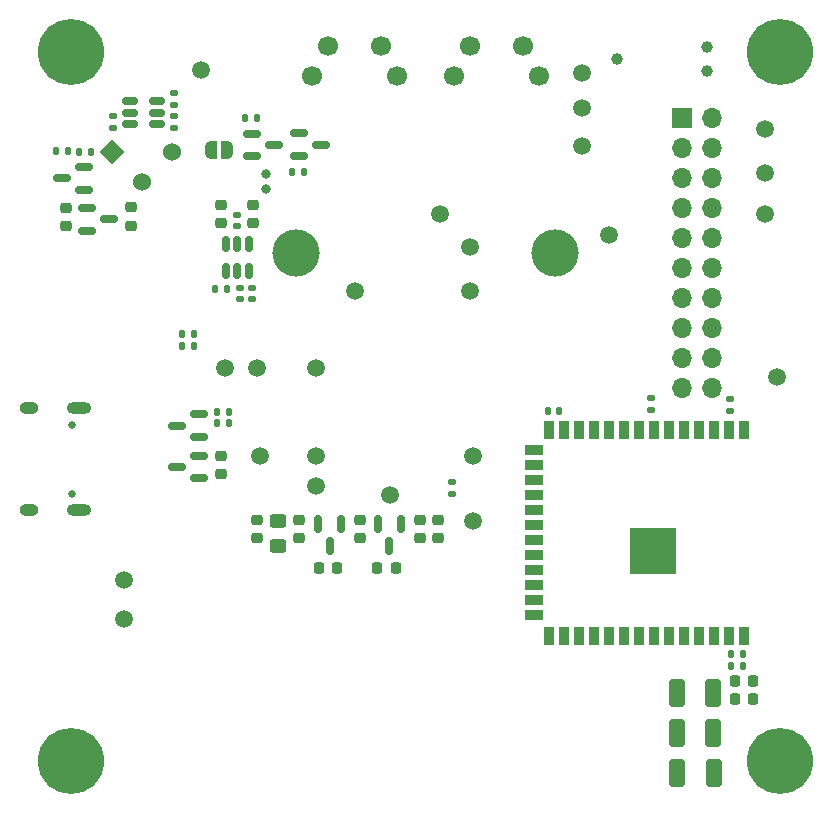
<source format=gbs>
%TF.GenerationSoftware,KiCad,Pcbnew,(7.0.0-93-gc189053ee5-dirty)*%
%TF.CreationDate,2023-02-21T15:15:17-08:00*%
%TF.ProjectId,ai-camera,61692d63-616d-4657-9261-2e6b69636164,rev1*%
%TF.SameCoordinates,PX5a995c0PY2aea540*%
%TF.FileFunction,Soldermask,Bot*%
%TF.FilePolarity,Negative*%
%FSLAX46Y46*%
G04 Gerber Fmt 4.6, Leading zero omitted, Abs format (unit mm)*
G04 Created by KiCad (PCBNEW (7.0.0-93-gc189053ee5-dirty)) date 2023-02-21 15:15:17*
%MOMM*%
%LPD*%
G01*
G04 APERTURE LIST*
G04 Aperture macros list*
%AMRoundRect*
0 Rectangle with rounded corners*
0 $1 Rounding radius*
0 $2 $3 $4 $5 $6 $7 $8 $9 X,Y pos of 4 corners*
0 Add a 4 corners polygon primitive as box body*
4,1,4,$2,$3,$4,$5,$6,$7,$8,$9,$2,$3,0*
0 Add four circle primitives for the rounded corners*
1,1,$1+$1,$2,$3*
1,1,$1+$1,$4,$5*
1,1,$1+$1,$6,$7*
1,1,$1+$1,$8,$9*
0 Add four rect primitives between the rounded corners*
20,1,$1+$1,$2,$3,$4,$5,0*
20,1,$1+$1,$4,$5,$6,$7,0*
20,1,$1+$1,$6,$7,$8,$9,0*
20,1,$1+$1,$8,$9,$2,$3,0*%
%AMRotRect*
0 Rectangle, with rotation*
0 The origin of the aperture is its center*
0 $1 length*
0 $2 width*
0 $3 Rotation angle, in degrees counterclockwise*
0 Add horizontal line*
21,1,$1,$2,0,0,$3*%
%AMFreePoly0*
4,1,19,0.500000,-0.750000,0.000000,-0.750000,0.000000,-0.744911,-0.071157,-0.744911,-0.207708,-0.704816,-0.327430,-0.627875,-0.420627,-0.520320,-0.479746,-0.390866,-0.500000,-0.250000,-0.500000,0.250000,-0.479746,0.390866,-0.420627,0.520320,-0.327430,0.627875,-0.207708,0.704816,-0.071157,0.744911,0.000000,0.744911,0.000000,0.750000,0.500000,0.750000,0.500000,-0.750000,0.500000,-0.750000,
$1*%
%AMFreePoly1*
4,1,19,0.000000,0.744911,0.071157,0.744911,0.207708,0.704816,0.327430,0.627875,0.420627,0.520320,0.479746,0.390866,0.500000,0.250000,0.500000,-0.250000,0.479746,-0.390866,0.420627,-0.520320,0.327430,-0.627875,0.207708,-0.704816,0.071157,-0.744911,0.000000,-0.744911,0.000000,-0.750000,-0.500000,-0.750000,-0.500000,0.750000,0.000000,0.750000,0.000000,0.744911,0.000000,0.744911,
$1*%
G04 Aperture macros list end*
%ADD10C,0.650000*%
%ADD11O,2.100000X1.000000*%
%ADD12O,1.600000X1.000000*%
%ADD13C,3.600000*%
%ADD14C,5.600000*%
%ADD15C,4.000000*%
%ADD16C,1.700000*%
%ADD17C,0.800000*%
%ADD18RotRect,1.524000X1.524000X45.000000*%
%ADD19C,1.524000*%
%ADD20R,1.700000X1.700000*%
%ADD21O,1.700000X1.700000*%
%ADD22C,0.990600*%
%ADD23RoundRect,0.150000X-0.587500X-0.150000X0.587500X-0.150000X0.587500X0.150000X-0.587500X0.150000X0*%
%ADD24RoundRect,0.250000X0.412500X0.925000X-0.412500X0.925000X-0.412500X-0.925000X0.412500X-0.925000X0*%
%ADD25C,1.500000*%
%ADD26RoundRect,0.135000X0.135000X0.185000X-0.135000X0.185000X-0.135000X-0.185000X0.135000X-0.185000X0*%
%ADD27RoundRect,0.140000X0.170000X-0.140000X0.170000X0.140000X-0.170000X0.140000X-0.170000X-0.140000X0*%
%ADD28R,0.900000X1.500000*%
%ADD29R,1.500000X0.900000*%
%ADD30C,0.600000*%
%ADD31R,3.900000X3.900000*%
%ADD32RoundRect,0.140000X-0.170000X0.140000X-0.170000X-0.140000X0.170000X-0.140000X0.170000X0.140000X0*%
%ADD33RoundRect,0.225000X-0.250000X0.225000X-0.250000X-0.225000X0.250000X-0.225000X0.250000X0.225000X0*%
%ADD34RoundRect,0.135000X-0.135000X-0.185000X0.135000X-0.185000X0.135000X0.185000X-0.135000X0.185000X0*%
%ADD35RoundRect,0.140000X-0.140000X-0.170000X0.140000X-0.170000X0.140000X0.170000X-0.140000X0.170000X0*%
%ADD36RoundRect,0.150000X0.587500X0.150000X-0.587500X0.150000X-0.587500X-0.150000X0.587500X-0.150000X0*%
%ADD37RoundRect,0.140000X0.140000X0.170000X-0.140000X0.170000X-0.140000X-0.170000X0.140000X-0.170000X0*%
%ADD38RoundRect,0.150000X-0.150000X0.587500X-0.150000X-0.587500X0.150000X-0.587500X0.150000X0.587500X0*%
%ADD39RoundRect,0.225000X0.250000X-0.225000X0.250000X0.225000X-0.250000X0.225000X-0.250000X-0.225000X0*%
%ADD40RoundRect,0.135000X0.185000X-0.135000X0.185000X0.135000X-0.185000X0.135000X-0.185000X-0.135000X0*%
%ADD41FreePoly0,0.000000*%
%ADD42FreePoly1,0.000000*%
%ADD43RoundRect,0.150000X0.512500X0.150000X-0.512500X0.150000X-0.512500X-0.150000X0.512500X-0.150000X0*%
%ADD44RoundRect,0.135000X-0.185000X0.135000X-0.185000X-0.135000X0.185000X-0.135000X0.185000X0.135000X0*%
%ADD45RoundRect,0.225000X-0.225000X-0.250000X0.225000X-0.250000X0.225000X0.250000X-0.225000X0.250000X0*%
%ADD46RoundRect,0.150000X0.150000X-0.512500X0.150000X0.512500X-0.150000X0.512500X-0.150000X-0.512500X0*%
%ADD47RoundRect,0.250000X0.450000X-0.325000X0.450000X0.325000X-0.450000X0.325000X-0.450000X-0.325000X0*%
G04 APERTURE END LIST*
D10*
X5100000Y-36610000D03*
X5100000Y-42390000D03*
D11*
X5629999Y-35179999D03*
D12*
X1449999Y-35179999D03*
D11*
X5629999Y-43819999D03*
D12*
X1449999Y-43819999D03*
D13*
X5000000Y-65000000D03*
D14*
X5000000Y-65000000D03*
D13*
X5000000Y-5000000D03*
D14*
X5000000Y-5000000D03*
D15*
X24000000Y-22000000D03*
X46000000Y-22000000D03*
D16*
X44600000Y-7000000D03*
X37400000Y-7000000D03*
X43250000Y-4500000D03*
X38750000Y-4500000D03*
X32600000Y-7000000D03*
X25400000Y-7000000D03*
X31250000Y-4500000D03*
X26750000Y-4500000D03*
D17*
X21500000Y-16625000D03*
X21500000Y-15375000D03*
D18*
X8459999Y-13499999D03*
D19*
X11000000Y-16040000D03*
X13540000Y-13500000D03*
D13*
X65000000Y-5000000D03*
D14*
X65000000Y-5000000D03*
D20*
X56724999Y-10574999D03*
D21*
X59264999Y-10574999D03*
X56724999Y-13114999D03*
X59264999Y-13114999D03*
X56724999Y-15654999D03*
X59264999Y-15654999D03*
X56724999Y-18194999D03*
X59264999Y-18194999D03*
X56724999Y-20734999D03*
X59264999Y-20734999D03*
X56724999Y-23274999D03*
X59264999Y-23274999D03*
X56724999Y-25814999D03*
X59264999Y-25814999D03*
X56724999Y-28354999D03*
X59264999Y-28354999D03*
X56724999Y-30894999D03*
X59264999Y-30894999D03*
X56724999Y-33434999D03*
X59264999Y-33434999D03*
D13*
X65000000Y-65000000D03*
D14*
X65000000Y-65000000D03*
D22*
X51190000Y-5635000D03*
X58810000Y-4619000D03*
X58810000Y-6651000D03*
D23*
X20302500Y-13810000D03*
X20302500Y-11910000D03*
X22177500Y-12860000D03*
D24*
X59375000Y-62637500D03*
X56300000Y-62637500D03*
D25*
X25750000Y-31750000D03*
D26*
X15430000Y-28870000D03*
X14410000Y-28870000D03*
D25*
X9500000Y-53000000D03*
D27*
X60760000Y-35390000D03*
X60760000Y-34430000D03*
D28*
X61979999Y-54479999D03*
X60709999Y-54479999D03*
X59439999Y-54479999D03*
X58169999Y-54479999D03*
X56899999Y-54479999D03*
X55629999Y-54479999D03*
X54359999Y-54479999D03*
X53089999Y-54479999D03*
X51819999Y-54479999D03*
X50549999Y-54479999D03*
X49279999Y-54479999D03*
X48009999Y-54479999D03*
X46739999Y-54479999D03*
X45469999Y-54479999D03*
D29*
X44219999Y-52714999D03*
X44219999Y-51444999D03*
X44219999Y-50174999D03*
X44219999Y-48904999D03*
X44219999Y-47634999D03*
X44219999Y-46364999D03*
X44219999Y-45094999D03*
X44219999Y-43824999D03*
X44219999Y-42554999D03*
X44219999Y-41284999D03*
X44219999Y-40014999D03*
X44219999Y-38744999D03*
D28*
X45469999Y-36979999D03*
X46739999Y-36979999D03*
X48009999Y-36979999D03*
X49279999Y-36979999D03*
X50549999Y-36979999D03*
X51819999Y-36979999D03*
X53089999Y-36979999D03*
X54359999Y-36979999D03*
X55629999Y-36979999D03*
X56899999Y-36979999D03*
X58169999Y-36979999D03*
X59439999Y-36979999D03*
X60709999Y-36979999D03*
X61979999Y-36979999D03*
D30*
X53560000Y-48630000D03*
X54960000Y-48630000D03*
X52860000Y-47930000D03*
X54260000Y-47930000D03*
X55660000Y-47930000D03*
X53560000Y-47230000D03*
D31*
X54259999Y-47229999D03*
D30*
X54960000Y-47230000D03*
X52860000Y-46530000D03*
X54260000Y-46530000D03*
X55660000Y-46530000D03*
X53560000Y-45830000D03*
X54960000Y-45830000D03*
D25*
X25750000Y-39250000D03*
D32*
X20325000Y-24965000D03*
X20325000Y-25925000D03*
D33*
X17685000Y-17950000D03*
X17685000Y-19500000D03*
D27*
X37236400Y-42418000D03*
X37236400Y-41458000D03*
D25*
X39000000Y-39250000D03*
D34*
X17135000Y-25045000D03*
X18155000Y-25045000D03*
D25*
X50500000Y-20500000D03*
D33*
X10030000Y-18165000D03*
X10030000Y-19715000D03*
X20375000Y-17925000D03*
X20375000Y-19475000D03*
D35*
X60895000Y-56975000D03*
X61855000Y-56975000D03*
D36*
X15837500Y-39210000D03*
X15837500Y-41110000D03*
X13962500Y-40160000D03*
D37*
X6650000Y-13440000D03*
X5690000Y-13440000D03*
D33*
X29413200Y-44646900D03*
X29413200Y-46196900D03*
D32*
X8500000Y-10450000D03*
X8500000Y-11410000D03*
D24*
X59387500Y-66050000D03*
X56312500Y-66050000D03*
D25*
X16000000Y-6500000D03*
D38*
X30990200Y-44934900D03*
X32890200Y-44934900D03*
X31940200Y-46809900D03*
D25*
X48250000Y-6750000D03*
X63750000Y-11500000D03*
D37*
X46300000Y-35440000D03*
X45340000Y-35440000D03*
D39*
X20726400Y-46173800D03*
X20726400Y-44623800D03*
D40*
X13730000Y-9470000D03*
X13730000Y-8450000D03*
D34*
X19740000Y-10570000D03*
X20760000Y-10570000D03*
D32*
X19015000Y-18795000D03*
X19015000Y-19755000D03*
D23*
X6342500Y-20130000D03*
X6342500Y-18230000D03*
X8217500Y-19180000D03*
D35*
X60895000Y-55975000D03*
X61855000Y-55975000D03*
D25*
X9500000Y-49750000D03*
D41*
X16860000Y-13310000D03*
D42*
X18160000Y-13310000D03*
D36*
X6087500Y-14760000D03*
X6087500Y-16660000D03*
X4212500Y-15710000D03*
D43*
X12247500Y-9200000D03*
X12247500Y-10150000D03*
X12247500Y-11100000D03*
X9972500Y-11100000D03*
X9972500Y-10150000D03*
X9972500Y-9200000D03*
D44*
X13730000Y-10400000D03*
X13730000Y-11420000D03*
D25*
X64750000Y-32500000D03*
D33*
X24282400Y-44623800D03*
X24282400Y-46173800D03*
D25*
X36250000Y-18750000D03*
X18000000Y-31750000D03*
D34*
X17310000Y-36460000D03*
X18330000Y-36460000D03*
X3680000Y-13430000D03*
X4700000Y-13430000D03*
D26*
X18330000Y-35450000D03*
X17310000Y-35450000D03*
D45*
X61175000Y-59825000D03*
X62725000Y-59825000D03*
X30911200Y-48666400D03*
X32461200Y-48666400D03*
D25*
X63750000Y-15250000D03*
D33*
X4540000Y-18225000D03*
X4540000Y-19775000D03*
D32*
X54102000Y-34346000D03*
X54102000Y-35306000D03*
D45*
X61175000Y-58275000D03*
X62725000Y-58275000D03*
X25939200Y-48675400D03*
X27489200Y-48675400D03*
D25*
X38750000Y-21500000D03*
X29000000Y-25250000D03*
D32*
X19305000Y-24975000D03*
X19305000Y-25935000D03*
D24*
X59362500Y-59250000D03*
X56287500Y-59250000D03*
D46*
X20020000Y-23527500D03*
X19070000Y-23527500D03*
X18120000Y-23527500D03*
X18120000Y-21252500D03*
X19070000Y-21252500D03*
X20020000Y-21252500D03*
D47*
X22504400Y-46795800D03*
X22504400Y-44745800D03*
D25*
X63750000Y-18750000D03*
X25750000Y-41750000D03*
X20750000Y-31750000D03*
D33*
X34512200Y-44637900D03*
X34512200Y-46187900D03*
D25*
X48250000Y-9750000D03*
D26*
X24740000Y-15150000D03*
X23720000Y-15150000D03*
D25*
X39000000Y-44750000D03*
D33*
X17680000Y-39185000D03*
X17680000Y-40735000D03*
X36068000Y-44640200D03*
X36068000Y-46190200D03*
D38*
X25923200Y-44934900D03*
X27823200Y-44934900D03*
X26873200Y-46809900D03*
D23*
X24272500Y-13800000D03*
X24272500Y-11900000D03*
X26147500Y-12850000D03*
D25*
X48250000Y-13000000D03*
X21000000Y-39250000D03*
X38750000Y-25250000D03*
D34*
X14410000Y-29880000D03*
X15430000Y-29880000D03*
D25*
X32000000Y-42500000D03*
D36*
X15837500Y-35700000D03*
X15837500Y-37600000D03*
X13962500Y-36650000D03*
M02*

</source>
